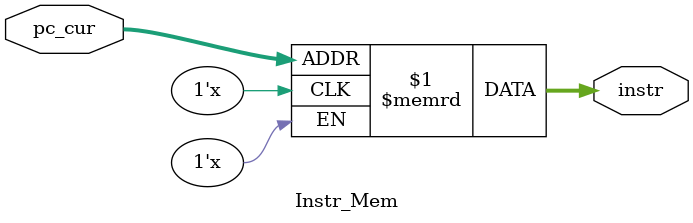
<source format=v>
module Instr_Mem(pc_cur, instr);
    input[5:0] pc_cur;
    output [31:0] instr;

    reg[31:0] Instrs[1023:0];

    assign instr = Instrs[pc_cur];
    always@(pc_cur)begin
        $display("pc_cur=0x%8X, instr=0x%8X", pc_cur, instr);
    end

endmodule // Instr_Mem
</source>
